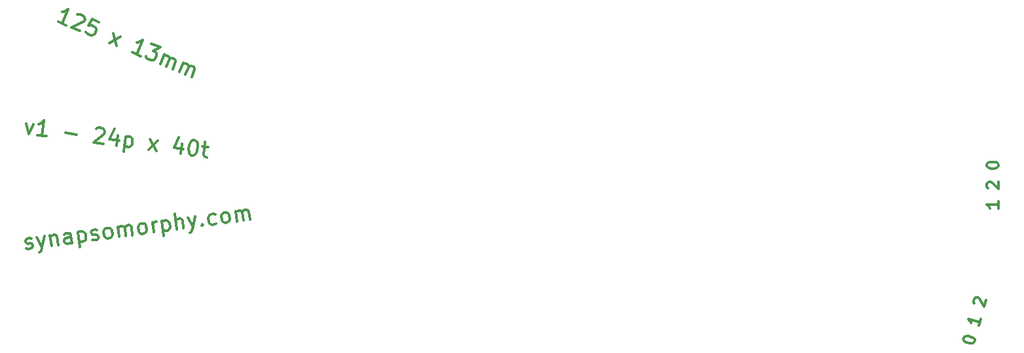
<source format=gbr>
%TF.GenerationSoftware,KiCad,Pcbnew,8.0.0*%
%TF.CreationDate,2024-10-30T22:06:19-04:00*%
%TF.ProjectId,mycoil,6d79636f-696c-42e6-9b69-6361645f7063,rev?*%
%TF.SameCoordinates,Original*%
%TF.FileFunction,Legend,Top*%
%TF.FilePolarity,Positive*%
%FSLAX46Y46*%
G04 Gerber Fmt 4.6, Leading zero omitted, Abs format (unit mm)*
G04 Created by KiCad (PCBNEW 8.0.0) date 2024-10-30 22:06:19*
%MOMM*%
%LPD*%
G01*
G04 APERTURE LIST*
%ADD10C,0.300000*%
%ADD11C,3.800000*%
%ADD12C,3.000000*%
G04 APERTURE END LIST*
D10*
X-67740203Y13511876D02*
X-68796065Y13949229D01*
X-68268134Y13730553D02*
X-67502767Y15578312D01*
X-67502767Y15578312D02*
X-67788082Y15387238D01*
X-67788082Y15387238D02*
X-68036951Y15284153D01*
X-68036951Y15284153D02*
X-68249374Y15269057D01*
X-66343820Y14892090D02*
X-66219385Y14943633D01*
X-66219385Y14943633D02*
X-66006962Y14958729D01*
X-66006962Y14958729D02*
X-65567019Y14776499D01*
X-65567019Y14776499D02*
X-65427488Y14615618D01*
X-65427488Y14615618D02*
X-65375946Y14491184D01*
X-65375946Y14491184D02*
X-65360849Y14278761D01*
X-65360849Y14278761D02*
X-65433741Y14102783D01*
X-65433741Y14102783D02*
X-65631068Y13875264D01*
X-65631068Y13875264D02*
X-67124283Y13256754D01*
X-67124283Y13256754D02*
X-65980432Y12782956D01*
X-63543283Y13938240D02*
X-64423168Y14302700D01*
X-64423168Y14302700D02*
X-64875617Y13459261D01*
X-64875617Y13459261D02*
X-64751183Y13510803D01*
X-64751183Y13510803D02*
X-64538760Y13525900D01*
X-64538760Y13525900D02*
X-64098817Y13343670D01*
X-64098817Y13343670D02*
X-63959286Y13182789D01*
X-63959286Y13182789D02*
X-63907743Y13058355D01*
X-63907743Y13058355D02*
X-63892647Y12845931D01*
X-63892647Y12845931D02*
X-64074877Y12405989D01*
X-64074877Y12405989D02*
X-64235758Y12266458D01*
X-64235758Y12266458D02*
X-64360192Y12214915D01*
X-64360192Y12214915D02*
X-64572615Y12199819D01*
X-64572615Y12199819D02*
X-65012558Y12382049D01*
X-65012558Y12382049D02*
X-65152089Y12542930D01*
X-65152089Y12542930D02*
X-65203632Y12667364D01*
X-62196925Y11215776D02*
X-60718806Y12046708D01*
X-61686680Y12447615D02*
X-61229051Y10814869D01*
X-58149452Y9539257D02*
X-59205314Y9976610D01*
X-58677383Y9757934D02*
X-57912016Y11605693D01*
X-57912016Y11605693D02*
X-58197331Y11414619D01*
X-58197331Y11414619D02*
X-58446200Y11311534D01*
X-58446200Y11311534D02*
X-58658623Y11296438D01*
X-56768165Y11131894D02*
X-55624314Y10658096D01*
X-55624314Y10658096D02*
X-56531802Y10209310D01*
X-56531802Y10209310D02*
X-56267837Y10099971D01*
X-56267837Y10099971D02*
X-56128306Y9939091D01*
X-56128306Y9939091D02*
X-56076763Y9814656D01*
X-56076763Y9814656D02*
X-56061667Y9602233D01*
X-56061667Y9602233D02*
X-56243897Y9162291D01*
X-56243897Y9162291D02*
X-56404778Y9022760D01*
X-56404778Y9022760D02*
X-56529212Y8971217D01*
X-56529212Y8971217D02*
X-56741635Y8956121D01*
X-56741635Y8956121D02*
X-57269566Y9174797D01*
X-57269566Y9174797D02*
X-57409097Y9335677D01*
X-57409097Y9335677D02*
X-57460640Y9460112D01*
X-55597784Y8482322D02*
X-55087540Y9714161D01*
X-55160432Y9538184D02*
X-55035997Y9589727D01*
X-55035997Y9589727D02*
X-54823574Y9604823D01*
X-54823574Y9604823D02*
X-54559609Y9495485D01*
X-54559609Y9495485D02*
X-54420077Y9334605D01*
X-54420077Y9334605D02*
X-54404981Y9122181D01*
X-54404981Y9122181D02*
X-54805887Y8154308D01*
X-54404981Y9122181D02*
X-54244100Y9261712D01*
X-54244100Y9261712D02*
X-54031677Y9276809D01*
X-54031677Y9276809D02*
X-53767712Y9167471D01*
X-53767712Y9167471D02*
X-53628181Y9006590D01*
X-53628181Y9006590D02*
X-53613084Y8794167D01*
X-53613084Y8794167D02*
X-54013991Y7826293D01*
X-53134105Y7461833D02*
X-52623861Y8693672D01*
X-52696753Y8517695D02*
X-52572318Y8569238D01*
X-52572318Y8569238D02*
X-52359895Y8584334D01*
X-52359895Y8584334D02*
X-52095929Y8474996D01*
X-52095929Y8474996D02*
X-51956398Y8314115D01*
X-51956398Y8314115D02*
X-51941302Y8101692D01*
X-51941302Y8101692D02*
X-52342208Y7133818D01*
X-51941302Y8101692D02*
X-51780421Y8241223D01*
X-51780421Y8241223D02*
X-51567998Y8256320D01*
X-51567998Y8256320D02*
X-51304033Y8146982D01*
X-51304033Y8146982D02*
X-51164502Y7986101D01*
X-51164502Y7986101D02*
X-51149405Y7773678D01*
X-51149405Y7773678D02*
X-51550312Y6805804D01*
X-72923031Y817006D02*
X-72624949Y-567075D01*
X-72624949Y-567075D02*
X-71978798Y692695D01*
X-70358789Y-865421D02*
X-71491869Y-716248D01*
X-70925329Y-790834D02*
X-70664277Y1192054D01*
X-70664277Y1192054D02*
X-70890417Y933646D01*
X-70890417Y933646D02*
X-71104125Y769662D01*
X-71104125Y769662D02*
X-71305403Y700101D01*
X-67898757Y-420811D02*
X-66387984Y-619708D01*
X-63890659Y108171D02*
X-63783805Y190163D01*
X-63783805Y190163D02*
X-63582527Y259724D01*
X-63582527Y259724D02*
X-63110411Y197569D01*
X-63110411Y197569D02*
X-62933995Y78283D01*
X-62933995Y78283D02*
X-62852003Y-28570D01*
X-62852003Y-28570D02*
X-62782442Y-229848D01*
X-62782442Y-229848D02*
X-62807304Y-418694D01*
X-62807304Y-418694D02*
X-62939020Y-689533D01*
X-62939020Y-689533D02*
X-64221273Y-1673440D01*
X-64221273Y-1673440D02*
X-62993770Y-1835044D01*
X-61120115Y-736877D02*
X-61294150Y-2058803D01*
X-61492783Y80664D02*
X-62151366Y-1273529D01*
X-62151366Y-1273529D02*
X-60923862Y-1435133D01*
X-60081458Y-873619D02*
X-60342511Y-2856508D01*
X-60093889Y-968042D02*
X-59892612Y-898481D01*
X-59892612Y-898481D02*
X-59514918Y-948205D01*
X-59514918Y-948205D02*
X-59338503Y-1067490D01*
X-59338503Y-1067490D02*
X-59256511Y-1174345D01*
X-59256511Y-1174345D02*
X-59186949Y-1375623D01*
X-59186949Y-1375623D02*
X-59261536Y-1942162D01*
X-59261536Y-1942162D02*
X-59380821Y-2118578D01*
X-59380821Y-2118578D02*
X-59487676Y-2200570D01*
X-59487676Y-2200570D02*
X-59688953Y-2270131D01*
X-59688953Y-2270131D02*
X-60066647Y-2220407D01*
X-60066647Y-2220407D02*
X-60243062Y-2101122D01*
X-57139523Y-2605770D02*
X-55926832Y-1420586D01*
X-56965488Y-1283844D02*
X-56100866Y-2742512D01*
X-52810861Y-1830811D02*
X-52984896Y-3152737D01*
X-53183529Y-1013269D02*
X-53842112Y-2367463D01*
X-53842112Y-2367463D02*
X-52614609Y-2529067D01*
X-51307494Y-1356314D02*
X-51118647Y-1381176D01*
X-51118647Y-1381176D02*
X-50942232Y-1500461D01*
X-50942232Y-1500461D02*
X-50860239Y-1607316D01*
X-50860239Y-1607316D02*
X-50790678Y-1808593D01*
X-50790678Y-1808593D02*
X-50745979Y-2198718D01*
X-50745979Y-2198718D02*
X-50808134Y-2670834D01*
X-50808134Y-2670834D02*
X-50952282Y-3036096D01*
X-50952282Y-3036096D02*
X-51071567Y-3212512D01*
X-51071567Y-3212512D02*
X-51178422Y-3294504D01*
X-51178422Y-3294504D02*
X-51379700Y-3364065D01*
X-51379700Y-3364065D02*
X-51568546Y-3339203D01*
X-51568546Y-3339203D02*
X-51744962Y-3219918D01*
X-51744962Y-3219918D02*
X-51826954Y-3113063D01*
X-51826954Y-3113063D02*
X-51896515Y-2911786D01*
X-51896515Y-2911786D02*
X-51941214Y-2521661D01*
X-51941214Y-2521661D02*
X-51879059Y-2049545D01*
X-51879059Y-2049545D02*
X-51734911Y-1684283D01*
X-51734911Y-1684283D02*
X-51615626Y-1507867D01*
X-51615626Y-1507867D02*
X-51508772Y-1425875D01*
X-51508772Y-1425875D02*
X-51307494Y-1356314D01*
X-50167008Y-2178881D02*
X-49411621Y-2278329D01*
X-49796721Y-1555211D02*
X-50020480Y-3254830D01*
X-50020480Y-3254830D02*
X-49950919Y-3456108D01*
X-49950919Y-3456108D02*
X-49774503Y-3575394D01*
X-49774503Y-3575394D02*
X-49585656Y-3600256D01*
X-72903042Y-15371956D02*
X-72701764Y-15441517D01*
X-72701764Y-15441517D02*
X-72324071Y-15391793D01*
X-72324071Y-15391793D02*
X-72147655Y-15272507D01*
X-72147655Y-15272507D02*
X-72078094Y-15071230D01*
X-72078094Y-15071230D02*
X-72090525Y-14976806D01*
X-72090525Y-14976806D02*
X-72209811Y-14800391D01*
X-72209811Y-14800391D02*
X-72411088Y-14730829D01*
X-72411088Y-14730829D02*
X-72694358Y-14768123D01*
X-72694358Y-14768123D02*
X-72895636Y-14698561D01*
X-72895636Y-14698561D02*
X-73014921Y-14522146D01*
X-73014921Y-14522146D02*
X-73027353Y-14427723D01*
X-73027353Y-14427723D02*
X-72957791Y-14226445D01*
X-72957791Y-14226445D02*
X-72781376Y-14107159D01*
X-72781376Y-14107159D02*
X-72498106Y-14069866D01*
X-72498106Y-14069866D02*
X-72296828Y-14139427D01*
X-71553872Y-13945555D02*
X-70907721Y-15205327D01*
X-70609639Y-13821245D02*
X-70907721Y-15205327D01*
X-70907721Y-15205327D02*
X-71034412Y-15702305D01*
X-71034412Y-15702305D02*
X-71116404Y-15809160D01*
X-71116404Y-15809160D02*
X-71292820Y-15928445D01*
X-69854252Y-13721796D02*
X-69680217Y-15043723D01*
X-69829390Y-13910643D02*
X-69747398Y-13803788D01*
X-69747398Y-13803788D02*
X-69570982Y-13684503D01*
X-69570982Y-13684503D02*
X-69287712Y-13647210D01*
X-69287712Y-13647210D02*
X-69086434Y-13716771D01*
X-69086434Y-13716771D02*
X-68967149Y-13893187D01*
X-68967149Y-13893187D02*
X-68830407Y-14931843D01*
X-67036364Y-14695653D02*
X-67173106Y-13656996D01*
X-67173106Y-13656996D02*
X-67292391Y-13480581D01*
X-67292391Y-13480581D02*
X-67493669Y-13411020D01*
X-67493669Y-13411020D02*
X-67871362Y-13460744D01*
X-67871362Y-13460744D02*
X-68047778Y-13580029D01*
X-67048795Y-14601230D02*
X-67225211Y-14720515D01*
X-67225211Y-14720515D02*
X-67697327Y-14782670D01*
X-67697327Y-14782670D02*
X-67898605Y-14713109D01*
X-67898605Y-14713109D02*
X-68017890Y-14536694D01*
X-68017890Y-14536694D02*
X-68042752Y-14347847D01*
X-68042752Y-14347847D02*
X-67973191Y-14146569D01*
X-67973191Y-14146569D02*
X-67796776Y-14027284D01*
X-67796776Y-14027284D02*
X-67324659Y-13965128D01*
X-67324659Y-13965128D02*
X-67148243Y-13845843D01*
X-66266165Y-13249416D02*
X-66005113Y-15232305D01*
X-66253734Y-13343839D02*
X-66077319Y-13224554D01*
X-66077319Y-13224554D02*
X-65699626Y-13174829D01*
X-65699626Y-13174829D02*
X-65498348Y-13244390D01*
X-65498348Y-13244390D02*
X-65391493Y-13326383D01*
X-65391493Y-13326383D02*
X-65272208Y-13502798D01*
X-65272208Y-13502798D02*
X-65197622Y-14069338D01*
X-65197622Y-14069338D02*
X-65267183Y-14270616D01*
X-65267183Y-14270616D02*
X-65349175Y-14377470D01*
X-65349175Y-14377470D02*
X-65525591Y-14496756D01*
X-65525591Y-14496756D02*
X-65903284Y-14546480D01*
X-65903284Y-14546480D02*
X-66104562Y-14476919D01*
X-64404942Y-14253160D02*
X-64203664Y-14322721D01*
X-64203664Y-14322721D02*
X-63825971Y-14272997D01*
X-63825971Y-14272997D02*
X-63649555Y-14153711D01*
X-63649555Y-14153711D02*
X-63579994Y-13952433D01*
X-63579994Y-13952433D02*
X-63592425Y-13858010D01*
X-63592425Y-13858010D02*
X-63711710Y-13681595D01*
X-63711710Y-13681595D02*
X-63912988Y-13612033D01*
X-63912988Y-13612033D02*
X-64196258Y-13649327D01*
X-64196258Y-13649327D02*
X-64397536Y-13579765D01*
X-64397536Y-13579765D02*
X-64516821Y-13403350D01*
X-64516821Y-13403350D02*
X-64529252Y-13308926D01*
X-64529252Y-13308926D02*
X-64459691Y-13107649D01*
X-64459691Y-13107649D02*
X-64283276Y-12988363D01*
X-64283276Y-12988363D02*
X-64000006Y-12951070D01*
X-64000006Y-12951070D02*
X-63798728Y-13020631D01*
X-62409620Y-14086531D02*
X-62610898Y-14016969D01*
X-62610898Y-14016969D02*
X-62717753Y-13934977D01*
X-62717753Y-13934977D02*
X-62837038Y-13758561D01*
X-62837038Y-13758561D02*
X-62911624Y-13192022D01*
X-62911624Y-13192022D02*
X-62842063Y-12990744D01*
X-62842063Y-12990744D02*
X-62760071Y-12883889D01*
X-62760071Y-12883889D02*
X-62583655Y-12764604D01*
X-62583655Y-12764604D02*
X-62300385Y-12727311D01*
X-62300385Y-12727311D02*
X-62099108Y-12796872D01*
X-62099108Y-12796872D02*
X-61992253Y-12878864D01*
X-61992253Y-12878864D02*
X-61872968Y-13055280D01*
X-61872968Y-13055280D02*
X-61798381Y-13621820D01*
X-61798381Y-13621820D02*
X-61867943Y-13823097D01*
X-61867943Y-13823097D02*
X-61949935Y-13929952D01*
X-61949935Y-13929952D02*
X-62126350Y-14049237D01*
X-62126350Y-14049237D02*
X-62409620Y-14086531D01*
X-60898847Y-13887633D02*
X-61072882Y-12565707D01*
X-61048020Y-12754554D02*
X-60966028Y-12647699D01*
X-60966028Y-12647699D02*
X-60789612Y-12528414D01*
X-60789612Y-12528414D02*
X-60506342Y-12491121D01*
X-60506342Y-12491121D02*
X-60305064Y-12560682D01*
X-60305064Y-12560682D02*
X-60185779Y-12737097D01*
X-60185779Y-12737097D02*
X-60049037Y-13775754D01*
X-60185779Y-12737097D02*
X-60116218Y-12535820D01*
X-60116218Y-12535820D02*
X-59939802Y-12416534D01*
X-59939802Y-12416534D02*
X-59656532Y-12379241D01*
X-59656532Y-12379241D02*
X-59455255Y-12448802D01*
X-59455255Y-12448802D02*
X-59335969Y-12625218D01*
X-59335969Y-12625218D02*
X-59199227Y-13663874D01*
X-57971724Y-13502270D02*
X-58173002Y-13432709D01*
X-58173002Y-13432709D02*
X-58279856Y-13350717D01*
X-58279856Y-13350717D02*
X-58399141Y-13174301D01*
X-58399141Y-13174301D02*
X-58473728Y-12607761D01*
X-58473728Y-12607761D02*
X-58404167Y-12406484D01*
X-58404167Y-12406484D02*
X-58322174Y-12299629D01*
X-58322174Y-12299629D02*
X-58145759Y-12180344D01*
X-58145759Y-12180344D02*
X-57862489Y-12143051D01*
X-57862489Y-12143051D02*
X-57661211Y-12212612D01*
X-57661211Y-12212612D02*
X-57554357Y-12294604D01*
X-57554357Y-12294604D02*
X-57435071Y-12471020D01*
X-57435071Y-12471020D02*
X-57360485Y-13037560D01*
X-57360485Y-13037560D02*
X-57430046Y-13238837D01*
X-57430046Y-13238837D02*
X-57512038Y-13345692D01*
X-57512038Y-13345692D02*
X-57688454Y-13464977D01*
X-57688454Y-13464977D02*
X-57971724Y-13502270D01*
X-56460951Y-13303373D02*
X-56634985Y-11981447D01*
X-56585261Y-12359140D02*
X-56515700Y-12157862D01*
X-56515700Y-12157862D02*
X-56433708Y-12051008D01*
X-56433708Y-12051008D02*
X-56257292Y-11931723D01*
X-56257292Y-11931723D02*
X-56068446Y-11906860D01*
X-55407483Y-11819843D02*
X-55146430Y-13802733D01*
X-55395052Y-11914266D02*
X-55218636Y-11794981D01*
X-55218636Y-11794981D02*
X-54840943Y-11745257D01*
X-54840943Y-11745257D02*
X-54639665Y-11814818D01*
X-54639665Y-11814818D02*
X-54532811Y-11896810D01*
X-54532811Y-11896810D02*
X-54413525Y-12073226D01*
X-54413525Y-12073226D02*
X-54338939Y-12639766D01*
X-54338939Y-12639766D02*
X-54408500Y-12841043D01*
X-54408500Y-12841043D02*
X-54490492Y-12947898D01*
X-54490492Y-12947898D02*
X-54666908Y-13067183D01*
X-54666908Y-13067183D02*
X-55044601Y-13116907D01*
X-55044601Y-13116907D02*
X-55245879Y-13047346D01*
X-53439404Y-12905579D02*
X-53700457Y-10922689D01*
X-52589594Y-12793700D02*
X-52726336Y-11755043D01*
X-52726336Y-11755043D02*
X-52845622Y-11578627D01*
X-52845622Y-11578627D02*
X-53046899Y-11509066D01*
X-53046899Y-11509066D02*
X-53330169Y-11546359D01*
X-53330169Y-11546359D02*
X-53506585Y-11665645D01*
X-53506585Y-11665645D02*
X-53588577Y-11772499D01*
X-52008243Y-11372325D02*
X-51362091Y-12632096D01*
X-51064009Y-11248014D02*
X-51362091Y-12632096D01*
X-51362091Y-12632096D02*
X-51488782Y-13129074D01*
X-51488782Y-13129074D02*
X-51570775Y-13235929D01*
X-51570775Y-13235929D02*
X-51747190Y-13355214D01*
X-50159450Y-12281645D02*
X-50052595Y-12363637D01*
X-50052595Y-12363637D02*
X-50134588Y-12470492D01*
X-50134588Y-12470492D02*
X-50241442Y-12388500D01*
X-50241442Y-12388500D02*
X-50159450Y-12281645D01*
X-50159450Y-12281645D02*
X-50134588Y-12470492D01*
X-48352975Y-12139878D02*
X-48529391Y-12259164D01*
X-48529391Y-12259164D02*
X-48907084Y-12308888D01*
X-48907084Y-12308888D02*
X-49108362Y-12239327D01*
X-49108362Y-12239327D02*
X-49215216Y-12157334D01*
X-49215216Y-12157334D02*
X-49334502Y-11980919D01*
X-49334502Y-11980919D02*
X-49409088Y-11414379D01*
X-49409088Y-11414379D02*
X-49339527Y-11213101D01*
X-49339527Y-11213101D02*
X-49257535Y-11106247D01*
X-49257535Y-11106247D02*
X-49081119Y-10986961D01*
X-49081119Y-10986961D02*
X-48703426Y-10937237D01*
X-48703426Y-10937237D02*
X-48502148Y-11006798D01*
X-47207464Y-12085129D02*
X-47408742Y-12015567D01*
X-47408742Y-12015567D02*
X-47515596Y-11933575D01*
X-47515596Y-11933575D02*
X-47634882Y-11757160D01*
X-47634882Y-11757160D02*
X-47709468Y-11190620D01*
X-47709468Y-11190620D02*
X-47639907Y-10989342D01*
X-47639907Y-10989342D02*
X-47557915Y-10882488D01*
X-47557915Y-10882488D02*
X-47381499Y-10763202D01*
X-47381499Y-10763202D02*
X-47098229Y-10725909D01*
X-47098229Y-10725909D02*
X-46896952Y-10795470D01*
X-46896952Y-10795470D02*
X-46790097Y-10877462D01*
X-46790097Y-10877462D02*
X-46670812Y-11053878D01*
X-46670812Y-11053878D02*
X-46596225Y-11620418D01*
X-46596225Y-11620418D02*
X-46665786Y-11821696D01*
X-46665786Y-11821696D02*
X-46747779Y-11928550D01*
X-46747779Y-11928550D02*
X-46924194Y-12047835D01*
X-46924194Y-12047835D02*
X-47207464Y-12085129D01*
X-45696691Y-11886232D02*
X-45870726Y-10564305D01*
X-45845864Y-10753152D02*
X-45763871Y-10646297D01*
X-45763871Y-10646297D02*
X-45587456Y-10527012D01*
X-45587456Y-10527012D02*
X-45304186Y-10489719D01*
X-45304186Y-10489719D02*
X-45102908Y-10559280D01*
X-45102908Y-10559280D02*
X-44983623Y-10735695D01*
X-44983623Y-10735695D02*
X-44846881Y-11774352D01*
X-44983623Y-10735695D02*
X-44914062Y-10534418D01*
X-44914062Y-10534418D02*
X-44737646Y-10415132D01*
X-44737646Y-10415132D02*
X-44454376Y-10377839D01*
X-44454376Y-10377839D02*
X-44253098Y-10447400D01*
X-44253098Y-10447400D02*
X-44133813Y-10623816D01*
X-44133813Y-10623816D02*
X-43997071Y-11662472D01*
X52780828Y-9329774D02*
X52780828Y-10186917D01*
X52780828Y-9758346D02*
X51280828Y-9758346D01*
X51280828Y-9758346D02*
X51495114Y-9901203D01*
X51495114Y-9901203D02*
X51637971Y-10044060D01*
X51637971Y-10044060D02*
X51709400Y-10186917D01*
X51423685Y-7615489D02*
X51352257Y-7544061D01*
X51352257Y-7544061D02*
X51280828Y-7401204D01*
X51280828Y-7401204D02*
X51280828Y-7044061D01*
X51280828Y-7044061D02*
X51352257Y-6901204D01*
X51352257Y-6901204D02*
X51423685Y-6829775D01*
X51423685Y-6829775D02*
X51566542Y-6758346D01*
X51566542Y-6758346D02*
X51709400Y-6758346D01*
X51709400Y-6758346D02*
X51923685Y-6829775D01*
X51923685Y-6829775D02*
X52780828Y-7686918D01*
X52780828Y-7686918D02*
X52780828Y-6758346D01*
X51280828Y-4686918D02*
X51280828Y-4544061D01*
X51280828Y-4544061D02*
X51352257Y-4401204D01*
X51352257Y-4401204D02*
X51423685Y-4329776D01*
X51423685Y-4329776D02*
X51566542Y-4258347D01*
X51566542Y-4258347D02*
X51852257Y-4186918D01*
X51852257Y-4186918D02*
X52209400Y-4186918D01*
X52209400Y-4186918D02*
X52495114Y-4258347D01*
X52495114Y-4258347D02*
X52637971Y-4329776D01*
X52637971Y-4329776D02*
X52709400Y-4401204D01*
X52709400Y-4401204D02*
X52780828Y-4544061D01*
X52780828Y-4544061D02*
X52780828Y-4686918D01*
X52780828Y-4686918D02*
X52709400Y-4829776D01*
X52709400Y-4829776D02*
X52637971Y-4901204D01*
X52637971Y-4901204D02*
X52495114Y-4972633D01*
X52495114Y-4972633D02*
X52209400Y-5044061D01*
X52209400Y-5044061D02*
X51852257Y-5044061D01*
X51852257Y-5044061D02*
X51566542Y-4972633D01*
X51566542Y-4972633D02*
X51423685Y-4901204D01*
X51423685Y-4901204D02*
X51352257Y-4829776D01*
X51352257Y-4829776D02*
X51280828Y-4686918D01*
X48246192Y-27108626D02*
X48283166Y-26970637D01*
X48283166Y-26970637D02*
X48389135Y-26851135D01*
X48389135Y-26851135D02*
X48476617Y-26800627D01*
X48476617Y-26800627D02*
X48633093Y-26768606D01*
X48633093Y-26768606D02*
X48927559Y-26773560D01*
X48927559Y-26773560D02*
X49272533Y-26865995D01*
X49272533Y-26865995D02*
X49530025Y-27008938D01*
X49530025Y-27008938D02*
X49649527Y-27114907D01*
X49649527Y-27114907D02*
X49700035Y-27202389D01*
X49700035Y-27202389D02*
X49732055Y-27358866D01*
X49732055Y-27358866D02*
X49695081Y-27496855D01*
X49695081Y-27496855D02*
X49589112Y-27616357D01*
X49589112Y-27616357D02*
X49501630Y-27666865D01*
X49501630Y-27666865D02*
X49345154Y-27698885D01*
X49345154Y-27698885D02*
X49050688Y-27693932D01*
X49050688Y-27693932D02*
X48705714Y-27601497D01*
X48705714Y-27601497D02*
X48448223Y-27458554D01*
X48448223Y-27458554D02*
X48328720Y-27352585D01*
X48328720Y-27352585D02*
X48278213Y-27265103D01*
X48278213Y-27265103D02*
X48246192Y-27108626D01*
X50490025Y-24530083D02*
X50268180Y-25358020D01*
X50379103Y-24944052D02*
X48930214Y-24555823D01*
X48930214Y-24555823D02*
X49100224Y-24749274D01*
X49100224Y-24749274D02*
X49201239Y-24924237D01*
X49201239Y-24924237D02*
X49233260Y-25080714D01*
X49622815Y-22522957D02*
X49572308Y-22435475D01*
X49572308Y-22435475D02*
X49540287Y-22278998D01*
X49540287Y-22278998D02*
X49632723Y-21934025D01*
X49632723Y-21934025D02*
X49738691Y-21814523D01*
X49738691Y-21814523D02*
X49826173Y-21764015D01*
X49826173Y-21764015D02*
X49982650Y-21731994D01*
X49982650Y-21731994D02*
X50120639Y-21768969D01*
X50120639Y-21768969D02*
X50309136Y-21893424D01*
X50309136Y-21893424D02*
X50915228Y-22943206D01*
X50915228Y-22943206D02*
X51155560Y-22046275D01*
%LPC*%
D11*
%TO.C,*%
X56000000Y-7500000D03*
%TD*%
%TO.C,*%
X55392585Y-16767360D03*
%TD*%
%TO.C,*%
X53580734Y-25876152D03*
%TD*%
D12*
%TO.C,*%
X49000000Y-7500000D03*
%TD*%
%TO.C,*%
X48844099Y-3035586D03*
%TD*%
%TO.C,*%
X48844099Y-11964414D03*
%TD*%
%TO.C,*%
X46819253Y-24064419D03*
%TD*%
%TO.C,*%
X47824140Y-19711776D03*
%TD*%
%TO.C,*%
X45513189Y-28336362D03*
%TD*%
%LPD*%
M02*

</source>
